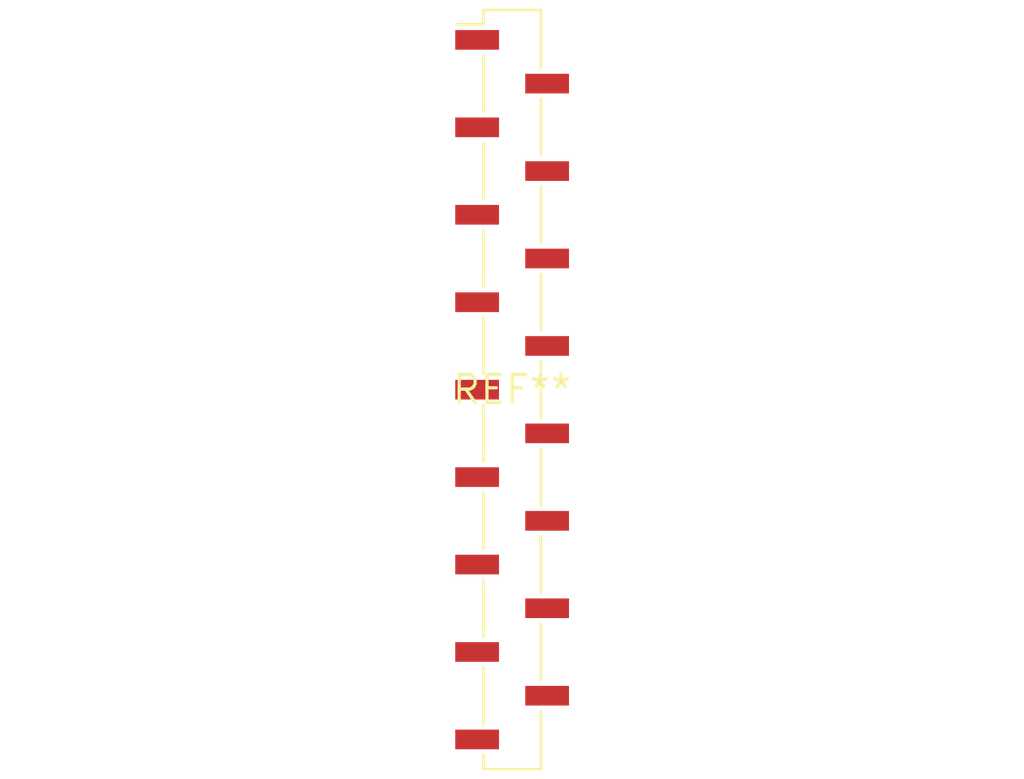
<source format=kicad_pcb>
(kicad_pcb (version 20240108) (generator pcbnew)
  (layers (0 "F.Cu" signal) (31 "B.Cu" signal) (34 "B.Paste" user) (35 "F.Paste" user) (36 "B.SilkS" user "B.Silkscreen") (37 "F.SilkS" user "F.Silkscreen") (38 "B.Mask" user) (39 "F.Mask" user) (44 "Edge.Cuts" user))
  (net 0 "")
  (footprint "PinSocket_1x17_P2.00mm_Vertical_SMD_Pin1Left" (layer "F.Cu") (at 0 0)
    (property "Reference" "REF**")
    (property "Value" "PinSocket_1x17_P2.00mm_Vertical_SMD_Pin1Left")
    (fp_line (start -2.54 -16.71) (end -1.31 -16.71) (layer "F.SilkS") (stroke (width 0.12)))
    (fp_line (start -1.31 -17.36) (end -1.31 -16.71) (layer "F.SilkS") (stroke (width 0.12)))
    (fp_line (start -1.31 -17.36) (end 1.31 -17.36) (layer "F.SilkS") (stroke (width 0.12)))
    (fp_line (start -1.31 -15.29) (end -1.31 -12.71) (layer "F.SilkS") (stroke (width 0.12)))
    (fp_line (start -1.31 -11.29) (end -1.31 -8.71) (layer "F.SilkS") (stroke (width 0.12)))
    (fp_line (start -1.31 -7.29) (end -1.31 -4.71) (layer "F.SilkS") (stroke (width 0.12)))
    (fp_line (start -1.31 -3.29) (end -1.31 -0.71) (layer "F.SilkS") (stroke (width 0.12)))
    (fp_line (start -1.31 0.71) (end -1.31 3.29) (layer "F.SilkS") (stroke (width 0.12)))
    (fp_line (start -1.31 4.71) (end -1.31 7.29) (layer "F.SilkS") (stroke (width 0.12)))
    (fp_line (start -1.31 8.71) (end -1.31 11.29) (layer "F.SilkS") (stroke (width 0.12)))
    (fp_line (start -1.31 12.71) (end -1.31 15.29) (layer "F.SilkS") (stroke (width 0.12)))
    (fp_line (start -1.31 16.71) (end -1.31 17.36) (layer "F.SilkS") (stroke (width 0.12)))
    (fp_line (start -1.31 17.36) (end 1.31 17.36) (layer "F.SilkS") (stroke (width 0.12)))
    (fp_line (start 1.31 -17.36) (end 1.31 -14.71) (layer "F.SilkS") (stroke (width 0.12)))
    (fp_line (start 1.31 -13.29) (end 1.31 -10.71) (layer "F.SilkS") (stroke (width 0.12)))
    (fp_line (start 1.31 -9.29) (end 1.31 -6.71) (layer "F.SilkS") (stroke (width 0.12)))
    (fp_line (start 1.31 -5.29) (end 1.31 -2.71) (layer "F.SilkS") (stroke (width 0.12)))
    (fp_line (start 1.31 -1.29) (end 1.31 1.29) (layer "F.SilkS") (stroke (width 0.12)))
    (fp_line (start 1.31 2.71) (end 1.31 5.29) (layer "F.SilkS") (stroke (width 0.12)))
    (fp_line (start 1.31 6.71) (end 1.31 9.29) (layer "F.SilkS") (stroke (width 0.12)))
    (fp_line (start 1.31 10.71) (end 1.31 13.29) (layer "F.SilkS") (stroke (width 0.12)))
    (fp_line (start 1.31 14.71) (end 1.31 17.36) (layer "F.SilkS") (stroke (width 0.12)))
    (pad "1" smd rect (at -1.6 -16) (size 2 0.9) (layers "F.Cu" "F.Paste" "F.Mask"))
    (pad "2" smd rect (at 1.6 -14) (size 2 0.9) (layers "F.Cu" "F.Paste" "F.Mask"))
    (pad "3" smd rect (at -1.6 -12) (size 2 0.9) (layers "F.Cu" "F.Paste" "F.Mask"))
    (pad "4" smd rect (at 1.6 -10) (size 2 0.9) (layers "F.Cu" "F.Paste" "F.Mask"))
    (pad "5" smd rect (at -1.6 -8) (size 2 0.9) (layers "F.Cu" "F.Paste" "F.Mask"))
    (pad "6" smd rect (at 1.6 -6) (size 2 0.9) (layers "F.Cu" "F.Paste" "F.Mask"))
    (pad "7" smd rect (at -1.6 -4) (size 2 0.9) (layers "F.Cu" "F.Paste" "F.Mask"))
    (pad "8" smd rect (at 1.6 -2) (size 2 0.9) (layers "F.Cu" "F.Paste" "F.Mask"))
    (pad "9" smd rect (at -1.6 0) (size 2 0.9) (layers "F.Cu" "F.Paste" "F.Mask"))
    (pad "10" smd rect (at 1.6 2) (size 2 0.9) (layers "F.Cu" "F.Paste" "F.Mask"))
    (pad "11" smd rect (at -1.6 4) (size 2 0.9) (layers "F.Cu" "F.Paste" "F.Mask"))
    (pad "12" smd rect (at 1.6 6) (size 2 0.9) (layers "F.Cu" "F.Paste" "F.Mask"))
    (pad "13" smd rect (at -1.6 8) (size 2 0.9) (layers "F.Cu" "F.Paste" "F.Mask"))
    (pad "14" smd rect (at 1.6 10) (size 2 0.9) (layers "F.Cu" "F.Paste" "F.Mask"))
    (pad "15" smd rect (at -1.6 12) (size 2 0.9) (layers "F.Cu" "F.Paste" "F.Mask"))
    (pad "16" smd rect (at 1.6 14) (size 2 0.9) (layers "F.Cu" "F.Paste" "F.Mask"))
    (pad "17" smd rect (at -1.6 16) (size 2 0.9) (layers "F.Cu" "F.Paste" "F.Mask"))
  )
)
</source>
